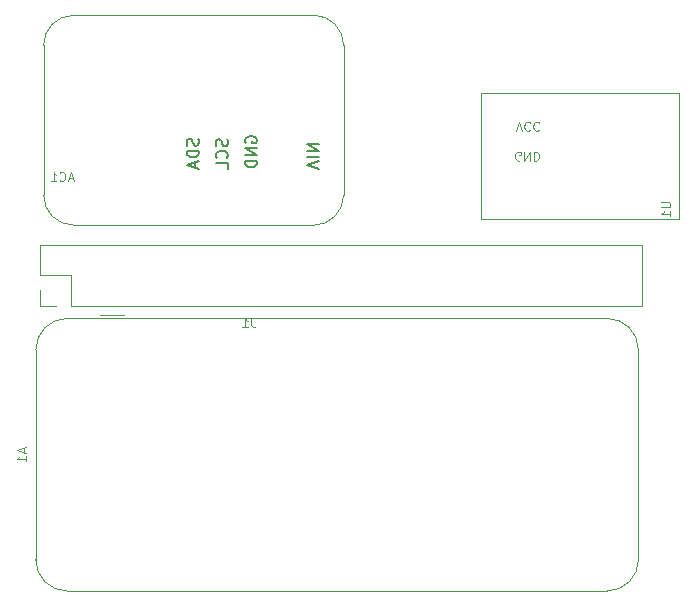
<source format=gbr>
G04 #@! TF.GenerationSoftware,KiCad,Pcbnew,(5.1.10-1-10_14)*
G04 #@! TF.CreationDate,2021-07-05T16:27:43+02:00*
G04 #@! TF.ProjectId,cablebot_camera,6361626c-6562-46f7-945f-63616d657261,1.0*
G04 #@! TF.SameCoordinates,Original*
G04 #@! TF.FileFunction,Legend,Bot*
G04 #@! TF.FilePolarity,Positive*
%FSLAX46Y46*%
G04 Gerber Fmt 4.6, Leading zero omitted, Abs format (unit mm)*
G04 Created by KiCad (PCBNEW (5.1.10-1-10_14)) date 2021-07-05 16:27:43*
%MOMM*%
%LPD*%
G01*
G04 APERTURE LIST*
%ADD10C,0.150000*%
%ADD11C,0.101600*%
G04 APERTURE END LIST*
D10*
X137936761Y-83014428D02*
X137984380Y-83157285D01*
X137984380Y-83395380D01*
X137936761Y-83490618D01*
X137889142Y-83538237D01*
X137793904Y-83585856D01*
X137698666Y-83585856D01*
X137603428Y-83538237D01*
X137555809Y-83490618D01*
X137508190Y-83395380D01*
X137460571Y-83204904D01*
X137412952Y-83109666D01*
X137365333Y-83062047D01*
X137270095Y-83014428D01*
X137174857Y-83014428D01*
X137079619Y-83062047D01*
X137032000Y-83109666D01*
X136984380Y-83204904D01*
X136984380Y-83442999D01*
X137032000Y-83585856D01*
X137984380Y-84014428D02*
X136984380Y-84014428D01*
X136984380Y-84252523D01*
X137032000Y-84395380D01*
X137127238Y-84490618D01*
X137222476Y-84538237D01*
X137412952Y-84585856D01*
X137555809Y-84585856D01*
X137746285Y-84538237D01*
X137841523Y-84490618D01*
X137936761Y-84395380D01*
X137984380Y-84252523D01*
X137984380Y-84014428D01*
X137698666Y-84966809D02*
X137698666Y-85442999D01*
X137984380Y-84871571D02*
X136984380Y-85204904D01*
X137984380Y-85538237D01*
X140400094Y-83062047D02*
X140447713Y-83204904D01*
X140447713Y-83443000D01*
X140400094Y-83538238D01*
X140352475Y-83585857D01*
X140257237Y-83633476D01*
X140161999Y-83633476D01*
X140066761Y-83585857D01*
X140019142Y-83538238D01*
X139971523Y-83443000D01*
X139923904Y-83252524D01*
X139876285Y-83157285D01*
X139828666Y-83109666D01*
X139733428Y-83062047D01*
X139638190Y-83062047D01*
X139542952Y-83109666D01*
X139495333Y-83157285D01*
X139447713Y-83252524D01*
X139447713Y-83490619D01*
X139495333Y-83633476D01*
X140352475Y-84633476D02*
X140400094Y-84585857D01*
X140447713Y-84443000D01*
X140447713Y-84347762D01*
X140400094Y-84204904D01*
X140304856Y-84109666D01*
X140209618Y-84062047D01*
X140019142Y-84014428D01*
X139876285Y-84014428D01*
X139685809Y-84062047D01*
X139590571Y-84109666D01*
X139495333Y-84204904D01*
X139447713Y-84347762D01*
X139447713Y-84443000D01*
X139495333Y-84585857D01*
X139542952Y-84633476D01*
X140447713Y-85538238D02*
X140447713Y-85062047D01*
X139447713Y-85062047D01*
X148154619Y-85538238D02*
X147154619Y-85204904D01*
X148154619Y-84871571D01*
X147154619Y-84538238D02*
X148154619Y-84538238D01*
X147154619Y-84062047D02*
X148154619Y-84062047D01*
X147154619Y-83490619D01*
X148154619Y-83490619D01*
X141958666Y-83347762D02*
X141911046Y-83252524D01*
X141911046Y-83109667D01*
X141958666Y-82966809D01*
X142053904Y-82871571D01*
X142149142Y-82823952D01*
X142339618Y-82776333D01*
X142482475Y-82776333D01*
X142672951Y-82823952D01*
X142768189Y-82871571D01*
X142863427Y-82966809D01*
X142911046Y-83109667D01*
X142911046Y-83204905D01*
X142863427Y-83347762D01*
X142815808Y-83395381D01*
X142482475Y-83395381D01*
X142482475Y-83204905D01*
X142911046Y-83823952D02*
X141911046Y-83823952D01*
X142911046Y-84395381D01*
X141911046Y-84395381D01*
X142911046Y-84871571D02*
X141911046Y-84871571D01*
X141911046Y-85109667D01*
X141958666Y-85252524D01*
X142053904Y-85347762D01*
X142149142Y-85395381D01*
X142339618Y-85443000D01*
X142482475Y-85443000D01*
X142672951Y-85395381D01*
X142768189Y-85347762D01*
X142863427Y-85252524D01*
X142911046Y-85109667D01*
X142911046Y-84871571D01*
D11*
X165201428Y-84824000D02*
X165128857Y-84860285D01*
X165020000Y-84860285D01*
X164911142Y-84824000D01*
X164838571Y-84751428D01*
X164802285Y-84678857D01*
X164766000Y-84533714D01*
X164766000Y-84424857D01*
X164802285Y-84279714D01*
X164838571Y-84207142D01*
X164911142Y-84134571D01*
X165020000Y-84098285D01*
X165092571Y-84098285D01*
X165201428Y-84134571D01*
X165237714Y-84170857D01*
X165237714Y-84424857D01*
X165092571Y-84424857D01*
X165564285Y-84098285D02*
X165564285Y-84860285D01*
X165999714Y-84098285D01*
X165999714Y-84860285D01*
X166362571Y-84098285D02*
X166362571Y-84860285D01*
X166544000Y-84860285D01*
X166652857Y-84824000D01*
X166725428Y-84751428D01*
X166761714Y-84678857D01*
X166798000Y-84533714D01*
X166798000Y-84424857D01*
X166761714Y-84279714D01*
X166725428Y-84207142D01*
X166652857Y-84134571D01*
X166544000Y-84098285D01*
X166362571Y-84098285D01*
X164841000Y-82335285D02*
X165095000Y-81573285D01*
X165349000Y-82335285D01*
X166038428Y-81645857D02*
X166002142Y-81609571D01*
X165893285Y-81573285D01*
X165820714Y-81573285D01*
X165711857Y-81609571D01*
X165639285Y-81682142D01*
X165603000Y-81754714D01*
X165566714Y-81899857D01*
X165566714Y-82008714D01*
X165603000Y-82153857D01*
X165639285Y-82226428D01*
X165711857Y-82299000D01*
X165820714Y-82335285D01*
X165893285Y-82335285D01*
X166002142Y-82299000D01*
X166038428Y-82262714D01*
X166800428Y-81645857D02*
X166764142Y-81609571D01*
X166655285Y-81573285D01*
X166582714Y-81573285D01*
X166473857Y-81609571D01*
X166401285Y-81682142D01*
X166365000Y-81754714D01*
X166328714Y-81899857D01*
X166328714Y-82008714D01*
X166365000Y-82153857D01*
X166401285Y-82226428D01*
X166473857Y-82299000D01*
X166582714Y-82335285D01*
X166655285Y-82335285D01*
X166764142Y-82299000D01*
X166800428Y-82262714D01*
X178642000Y-89823000D02*
X161882000Y-89823000D01*
X178642000Y-79163000D02*
X178642000Y-89823000D01*
X161882000Y-79163000D02*
X178642000Y-79163000D01*
X161882000Y-89823000D02*
X161882000Y-79173000D01*
X150257000Y-75093000D02*
X150257000Y-87793000D01*
X124857000Y-75093000D02*
X124857000Y-87793000D01*
X127397000Y-72553000D02*
X147717000Y-72553000D01*
X147717000Y-90333000D02*
X127397000Y-90333000D01*
X127397000Y-72553000D02*
G75*
G03*
X124857000Y-75093000I0J-2540000D01*
G01*
X150257000Y-75093000D02*
G75*
G03*
X147717000Y-72553000I-2540000J0D01*
G01*
X124857000Y-87793000D02*
G75*
G03*
X127397000Y-90333000I2540000J0D01*
G01*
X147717000Y-90333000D02*
G75*
G03*
X150257000Y-87793000I0J2540000D01*
G01*
X131657000Y-97901000D02*
X129657000Y-97901000D01*
X124197000Y-118651000D02*
X124197000Y-100871000D01*
X175217000Y-118651000D02*
X175217000Y-100871000D01*
X126847000Y-121301000D02*
X172567000Y-121301000D01*
X126847000Y-98221000D02*
X172567000Y-98221000D01*
X124197000Y-118651000D02*
G75*
G03*
X126847000Y-121301000I2650000J0D01*
G01*
X126847000Y-98221000D02*
G75*
G03*
X124197000Y-100871000I0J-2650000D01*
G01*
X172567000Y-121301000D02*
G75*
G03*
X175217000Y-118651000I0J2650000D01*
G01*
X175217000Y-100871000D02*
G75*
G03*
X172567000Y-98221000I-2650000J0D01*
G01*
X124572000Y-91968000D02*
X124572000Y-94568000D01*
X124572000Y-91968000D02*
X175492000Y-91968000D01*
X175492000Y-91968000D02*
X175492000Y-97168000D01*
X127172000Y-97168000D02*
X175492000Y-97168000D01*
X127172000Y-94568000D02*
X127172000Y-97168000D01*
X124572000Y-94568000D02*
X127172000Y-94568000D01*
X124572000Y-97168000D02*
X125902000Y-97168000D01*
X124572000Y-95838000D02*
X124572000Y-97168000D01*
X177164714Y-88387428D02*
X177781571Y-88387428D01*
X177854142Y-88423714D01*
X177890428Y-88460000D01*
X177926714Y-88532571D01*
X177926714Y-88677714D01*
X177890428Y-88750285D01*
X177854142Y-88786571D01*
X177781571Y-88822857D01*
X177164714Y-88822857D01*
X177926714Y-89584857D02*
X177926714Y-89149428D01*
X177926714Y-89367142D02*
X177164714Y-89367142D01*
X177273571Y-89294571D01*
X177346142Y-89222000D01*
X177382428Y-89149428D01*
X127332285Y-86370000D02*
X126969428Y-86370000D01*
X127404857Y-86587714D02*
X127150857Y-85825714D01*
X126896857Y-86587714D01*
X126207428Y-86515142D02*
X126243714Y-86551428D01*
X126352571Y-86587714D01*
X126425142Y-86587714D01*
X126534000Y-86551428D01*
X126606571Y-86478857D01*
X126642857Y-86406285D01*
X126679142Y-86261142D01*
X126679142Y-86152285D01*
X126642857Y-86007142D01*
X126606571Y-85934571D01*
X126534000Y-85862000D01*
X126425142Y-85825714D01*
X126352571Y-85825714D01*
X126243714Y-85862000D01*
X126207428Y-85898285D01*
X125481714Y-86587714D02*
X125917142Y-86587714D01*
X125699428Y-86587714D02*
X125699428Y-85825714D01*
X125772000Y-85934571D01*
X125844571Y-86007142D01*
X125917142Y-86043428D01*
X123164000Y-109216714D02*
X123164000Y-109579571D01*
X123381714Y-109144142D02*
X122619714Y-109398142D01*
X123381714Y-109652142D01*
X123381714Y-110305285D02*
X123381714Y-109869857D01*
X123381714Y-110087571D02*
X122619714Y-110087571D01*
X122728571Y-110015000D01*
X122801142Y-109942428D01*
X122837428Y-109869857D01*
X142456000Y-98220714D02*
X142456000Y-98765000D01*
X142492285Y-98873857D01*
X142564857Y-98946428D01*
X142673714Y-98982714D01*
X142746285Y-98982714D01*
X141694000Y-98982714D02*
X142129428Y-98982714D01*
X141911714Y-98982714D02*
X141911714Y-98220714D01*
X141984285Y-98329571D01*
X142056857Y-98402142D01*
X142129428Y-98438428D01*
M02*

</source>
